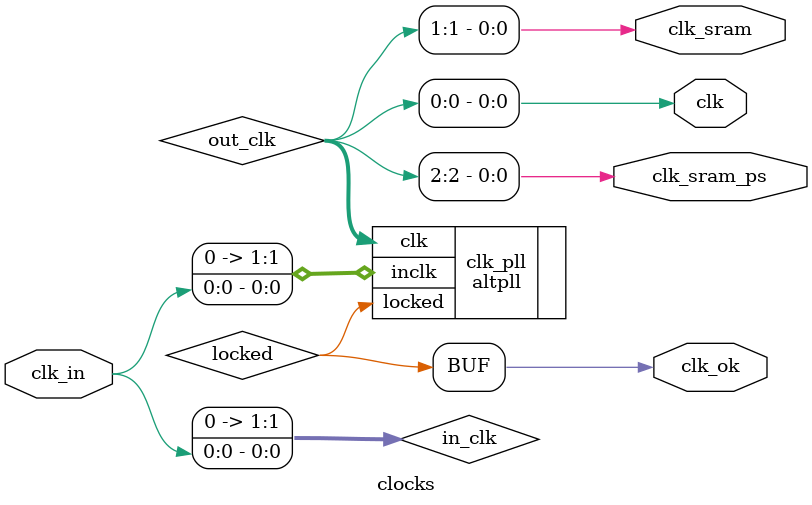
<source format=v>
/**
  Clock generator
  --
  Board: DE2-115
  Technology: Cyclone IV E
  --
  2023 Gray, gray@grayraven.org
  https://oberon-rts.org/licences
**/

`timescale 1ns / 1ps
`default_nettype none

module clocks (
  input wire clk_in,
  output wire clk,
  output wire clk_sram,
  output wire clk_sram_ps,
  output wire clk_ok
);

  wire [1:0] in_clk = {1'b0, clk_in};
  wire [5:0] out_clk;
  wire locked;

  altpll #(
    .intended_device_family("Cyclone IV E"),
    .lpm_type("altpll"),
    .pll_type("auto"),
    .operation_mode("normal"),
    // 50 MHz input
    .inclk0_input_frequency(20000),	// cycle time in picosec
    // // 100 MHz output, phase shifted
    // .clk3_multiply_by(16),
    // .clk3_divide_by(8),
    // .clk3_duty_cycle(50),		  // in %
    // .clk3_phase_shift(7917),		// in picosec
    // 50 MHz output, phase shifted
    .clk2_multiply_by(8),
    .clk2_divide_by(8),
    .clk2_duty_cycle(50),		    // in %
    .clk2_phase_shift(10000),		// in picosec
    // 40 MHz output, in phase
    .clk1_multiply_by(8),
    .clk1_divide_by(10),
    .clk1_duty_cycle(50),		    // in %
    .clk1_phase_shift(0),		    // in picosec
    // 25 MHz output, in phase
    .clk0_multiply_by(8),
    .clk0_divide_by(16),
    .clk0_duty_cycle(50),		    // in %
    .clk0_phase_shift(0)		    // in picosec
  ) clk_pll (
    .inclk(in_clk[1:0]),
    .clk(out_clk[5:0]),
    .locked(locked)
  );

  assign clk_sram_ps = out_clk[2];
  assign clk_sram = out_clk[1];
  assign clk = out_clk[0];
  assign clk_ok = locked;

endmodule

`resetall

</source>
